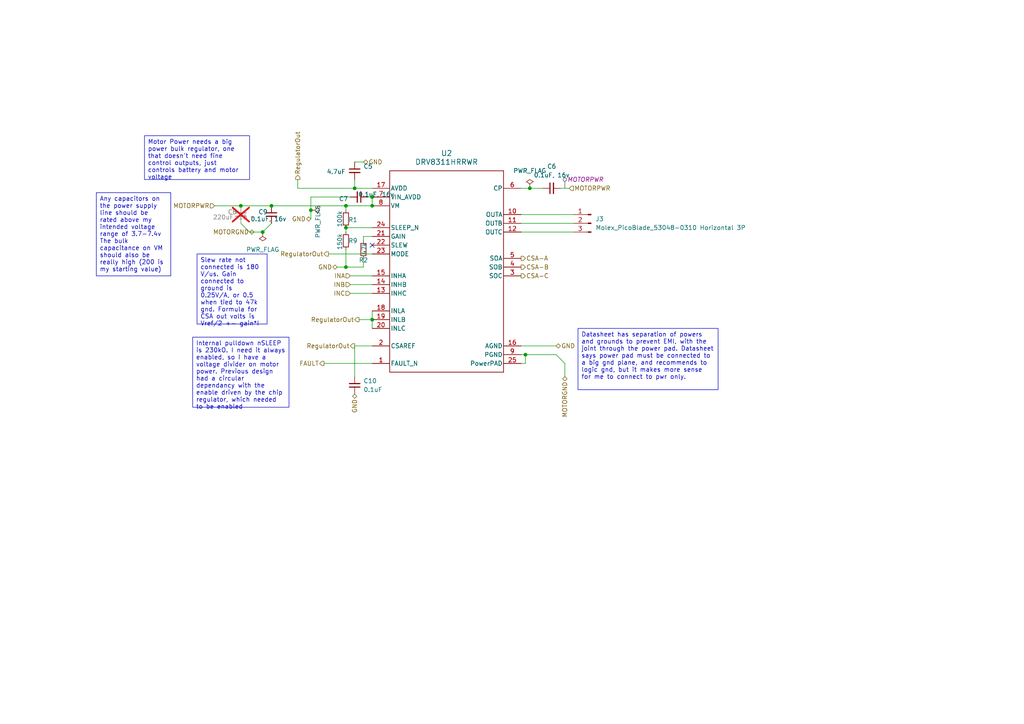
<source format=kicad_sch>
(kicad_sch (version 20231120) (generator "eeschema") (generator_version "8.0")
  (paper "A4")
  (title_block (date "2024-03-29") (rev "V1 Alpha"))
  (lib_symbols
    (symbol "Connector:Conn_01x03_Pin" (pin_names (offset 1.016) hide)
      (property "Reference" "J3" (at -1.27 -1.2701 0))
      (property "Value" "Molex_PicoBlade_53048-0310 Horizontal 3P" (at -1.27 1.2699 0))
      (symbol "Conn_01x03_Pin_1_1"
        (polyline (pts (xy 1.27 -2.54) (xy 0.8636 -2.54)) (stroke (width 0.1524)))
        (polyline (pts (xy 1.27 0) (xy 0.8636 0)) (stroke (width 0.1524)))
        (polyline (pts (xy 1.27 2.54) (xy 0.8636 2.54)) (stroke (width 0.1524)))
        (rectangle (start 0.8636 -2.413) (end 0 -2.667) (stroke (width 0.1524)) (fill (type outline)))
        (rectangle (start 0.8636 0.127) (end 0 -0.127) (stroke (width 0.1524)) (fill (type outline)))
        (rectangle (start 0.8636 2.667) (end 0 2.413) (stroke (width 0.1524)) (fill (type outline)))
        (pin passive line (at 5.08 -2.54 180) (length 3.81) (name "Pin_1") (number "1"))
        (pin passive line (at 5.08 0 180) (length 3.81) (name "Pin_2") (number "2"))
        (pin passive line (at 5.08 2.54 180) (length 3.81) (name "Pin_3") (number "3"))
      )
    )
    (symbol "Device:C_Small" (pin_numbers hide) (pin_names (offset 0.254) hide)
      (property "Reference" "C" (at 0.254 1.778 0))
      (property "Value" "C_Small" (at 0.254 -2.032 0))
      (symbol "C_Small_0_1"
        (polyline (pts (xy -1.524 -0.508) (xy 1.524 -0.508)) (stroke (width 0.3302)))
        (polyline (pts (xy -1.524 0.508) (xy 1.524 0.508)) (stroke (width 0.3048)))
      )
      (symbol "C_Small_1_1"
        (pin passive line (at 0 2.54 270) (length 2.032) (name "~") (number "1"))
        (pin passive line (at 0 -2.54 90) (length 2.032) (name "~") (number "2"))
      )
    )
    (symbol "Device:R_Small" (pin_numbers hide) (pin_names (offset 0.254) hide)
      (property "Reference" "R" (at 0.762 0.508 0))
      (property "Value" "R_Small" (at 0.762 -1.016 0))
      (symbol "R_Small_0_1"
        (rectangle (start -0.762 1.778) (end 0.762 -1.778) (stroke (width 0.2032)))
      )
      (symbol "R_Small_1_1"
        (pin passive line (at 0 2.54 270) (length 0.762) (name "~") (number "1"))
        (pin passive line (at 0 -2.54 90) (length 0.762) (name "~") (number "2"))
      )
    )
    (symbol "custom_Driver_Motor:DRV8311HRRWR" (pin_names (offset 0.254))
      (property "Reference" "U" (at 21.59 -2.794 0))
      (property "Value" "DRV8311HRRWR" (at 21.082 -22.352 0))
      (symbol "DRV8311HRRWR_0_1"
        (polyline (pts (xy 5.08 -53.34) (xy 38.1 -53.34)) (stroke (width 0.2032)))
        (polyline (pts (xy 5.08 5.08) (xy 5.08 -53.34)) (stroke (width 0.2032)))
        (polyline (pts (xy 38.1 -53.34) (xy 38.1 5.08)) (stroke (width 0.2032)))
        (polyline (pts (xy 38.1 5.08) (xy 5.08 5.08)) (stroke (width 0.2032)))
        (pin open_collector line (at 0 -50.8 0) (length 5.08) (name "FAULT_N") (number "1"))
        (pin input line (at 0 -30.48 0) (length 5.08) (name "INHC") (number "13"))
        (pin input line (at 0 -27.94 0) (length 5.08) (name "INHB") (number "14"))
        (pin input line (at 0 -25.4 0) (length 5.08) (name "INHA") (number "15"))
        (pin power_in line (at 43.18 -45.72 180) (length 5.08) (name "AGND") (number "16"))
        (pin power_in line (at 0 0 0) (length 5.08) (name "AVDD") (number "17"))
        (pin input line (at 0 -35.56 0) (length 5.08) (name "INLA") (number "18"))
        (pin input line (at 0 -38.1 0) (length 5.08) (name "INLB") (number "19"))
        (pin power_in line (at 0 -45.72 0) (length 5.08) (name "CSAREF") (number "2"))
        (pin input line (at 0 -40.64 0) (length 5.08) (name "INLC") (number "20"))
        (pin input line (at 0 -13.97 0) (length 5.08) (name "GAIN") (number "21"))
        (pin input line (at 0 -16.51 0) (length 5.08) (name "SLEW") (number "22"))
        (pin input line (at 0 -19.05 0) (length 5.08) (name "MODE") (number "23"))
        (pin input line (at 0 -11.43 0) (length 5.08) (name "SLEEP_N") (number "24"))
        (pin power_in line (at 43.18 -50.8 180) (length 5.08) (name "PowerPAD") (number "25"))
        (pin power_in line (at 43.18 0 180) (length 5.08) (name "CP") (number "6"))
        (pin power_in line (at 0 -2.54 0) (length 5.08) (name "VIN_AVDD") (number "7"))
        (pin power_in line (at 0 -5.08 0) (length 5.08) (name "VM") (number "8"))
        (pin power_in line (at 43.18 -48.26 180) (length 5.08) (name "PGND") (number "9"))
      )
      (symbol "DRV8311HRRWR_1_1"
        (pin output line (at 43.18 -7.62 180) (length 5.08) (name "OUTA") (number "10"))
        (pin output line (at 43.18 -10.16 180) (length 5.08) (name "OUTB") (number "11"))
        (pin output line (at 43.18 -12.7 180) (length 5.08) (name "OUTC") (number "12"))
        (pin output line (at 43.18 -25.4 180) (length 5.08) (name "SOC") (number "3"))
        (pin output line (at 43.18 -22.86 180) (length 5.08) (name "SOB") (number "4"))
        (pin output line (at 43.18 -20.32 180) (length 5.08) (name "SOA") (number "5"))
      )
    )
    (symbol "power:PWR_FLAG" (power) (pin_numbers hide) (pin_names (offset 0) hide)
      (property "Value" "PWR_FLAG" (at 0 3.81 0))
      (symbol "PWR_FLAG_0_0"
        (pin power_out line (at 0 0 90) (length 0) (name "~") (number "1"))
      )
      (symbol "PWR_FLAG_0_1"
        (polyline (pts (xy 0 0) (xy 0 1.27) (xy -1.016 1.905) (xy 0 2.54) (xy 1.016 1.905) (xy 0 1.27)))
      )
    )
  )
  (junction (at 152.4 102.87))
  (junction (at 107.95 59.69))
  (junction (at 90.17 60.96))
  (junction (at 76.2 67.31))
  (junction (at 102.87 54.61))
  (junction (at 100.33 66.04))
  (junction (at 100.33 59.69))
  (junction (at 69.85 59.69))
  (junction (at 107.95 92.71))
  (junction (at 100.33 77.47))
  (junction (at 78.74 59.69))
  (junction (at 107.95 57.15))
  (junction (at 153.67 54.61))
  (no_connect (at 107.95 71.12))
  (wire (pts (xy 104.14 92.71) (xy 107.95 92.71)))
  (wire (pts (xy 151.13 67.31) (xy 166.37 67.31)))
  (wire (pts (xy 152.4 102.87) (xy 152.4 105.41)))
  (wire (pts (xy 95.25 73.66) (xy 107.95 73.66)))
  (wire (pts (xy 107.95 90.17) (xy 107.95 92.71)))
  (wire (pts (xy 100.33 72.39) (xy 100.33 77.47)))
  (wire (pts (xy 105.41 68.58) (xy 107.95 68.58)))
  (wire (pts (xy 151.13 62.23) (xy 166.37 62.23)))
  (wire (pts (xy 90.17 57.15) (xy 90.17 60.96)))
  (wire (pts (xy 102.87 54.61) (xy 102.87 52.07)))
  (wire (pts (xy 100.33 77.47) (xy 97.79 77.47)))
  (wire (pts (xy 162.56 54.61) (xy 165.1 54.61)))
  (wire (pts (xy 78.74 59.69) (xy 100.33 59.69)))
  (wire (pts (xy 107.95 57.15) (xy 107.95 59.69)))
  (wire (pts (xy 62.23 59.69) (xy 69.85 59.69)))
  (wire (pts (xy 86.36 54.61) (xy 102.87 54.61)))
  (wire (pts (xy 93.98 105.41) (xy 107.95 105.41)))
  (wire (pts (xy 100.33 67.31) (xy 100.33 66.04)))
  (wire (pts (xy 107.95 92.71) (xy 107.95 95.25)))
  (wire (pts (xy 161.29 102.87) (xy 163.83 105.41)))
  (wire (pts (xy 157.48 54.61) (xy 153.67 54.61)))
  (wire (pts (xy 105.41 46.99) (xy 102.87 46.99)))
  (wire (pts (xy 105.41 69.85) (xy 105.41 68.58)))
  (wire (pts (xy 153.67 54.61) (xy 151.13 54.61)))
  (wire (pts (xy 101.6 85.09) (xy 107.95 85.09)))
  (wire (pts (xy 151.13 64.77) (xy 166.37 64.77)))
  (wire (pts (xy 90.17 60.96) (xy 90.17 63.5)))
  (wire (pts (xy 107.95 100.33) (xy 102.87 100.33)))
  (wire (pts (xy 102.87 54.61) (xy 107.95 54.61)))
  (wire (pts (xy 105.41 74.93) (xy 105.41 77.47)))
  (wire (pts (xy 100.33 77.47) (xy 105.41 77.47)))
  (wire (pts (xy 69.85 64.77) (xy 72.39 67.31)))
  (wire (pts (xy 106.68 57.15) (xy 107.95 57.15)))
  (wire (pts (xy 152.4 102.87) (xy 161.29 102.87)))
  (wire (pts (xy 151.13 102.87) (xy 152.4 102.87)))
  (wire (pts (xy 72.39 67.31) (xy 76.2 67.31)))
  (wire (pts (xy 86.36 52.07) (xy 86.36 54.61)))
  (wire (pts (xy 100.33 59.69) (xy 100.33 60.96)))
  (wire (pts (xy 107.95 82.55) (xy 101.6 82.55)))
  (wire (pts (xy 100.33 66.04) (xy 107.95 66.04)))
  (wire (pts (xy 69.85 59.69) (xy 78.74 59.69)))
  (wire (pts (xy 76.2 67.31) (xy 78.74 64.77)))
  (wire (pts (xy 151.13 105.41) (xy 152.4 105.41)))
  (wire (pts (xy 163.83 105.41) (xy 163.83 109.22)))
  (wire (pts (xy 101.6 57.15) (xy 90.17 57.15)))
  (wire (pts (xy 100.33 59.69) (xy 107.95 59.69)))
  (wire (pts (xy 151.13 100.33) (xy 161.29 100.33)))
  (wire (pts (xy 102.87 100.33) (xy 102.87 109.22)))
  (wire (pts (xy 107.95 80.01) (xy 101.6 80.01)))
  (text_box "Internal pulldown nSLEEP is 230kO. I need it always enabled, so I have a voltage divider on motor power. Previous design had a circular dependancy with the enable driven by the chip regulator, which needed to be enabled" (at 55.88 97.79 0) (size 27.94 20.32) (effects (font (size 1.27 1.27)) (justify left top)))
  (text_box "Motor Power needs a big power bulk regulator, one that doesn't need fine control outputs, just controls battery and motor voltage" (at 41.91 39.37 0) (size 30.48 12.7) (effects (font (size 1.27 1.27)) (justify left top)))
  (text_box "Slew rate not connected is 180 V/us. Gain connected to ground is 0.25V/A, or 0.5 when tied to 47k gnd. Formula for CSA out volts is Vref/2 +- gain*I" (at 57.15 73.66 0) (size 20.32 20.32) (effects (font (size 1.27 1.27)) (justify left top)))
  (text_box "Datasheet has separation of powers and grounds to prevent EMI, with the joint through the power pad. Datasheet says power pad must be connected to a big gnd plane, and recommends to logic gnd, but it makes more sense for me to connect to pwr only." (at 167.64 95.25 0) (size 40.64 17.78) (effects (font (size 1.27 1.27)) (justify left top)))
  (text_box "Any capacitors on the power supply line should be rated above my intended voltage range of 3.7-7.4v\nThe bulk capacitance on VM should also be really high (200 is my starting value)" (at 27.94 55.88 0) (size 21.59 24.13) (effects (font (size 1.27 1.27)) (justify left top)))
  (hierarchical_label "GND" (shape bidirectional) (at 102.87 114.3 270))
  (hierarchical_label "RegulatorOut" (shape output) (at 104.14 92.71 180))
  (hierarchical_label "RegulatorOut" (shape output) (at 102.87 100.33 180))
  (hierarchical_label "INA" (shape input) (at 101.6 80.01 180))
  (hierarchical_label "MOTORPWR" (shape input) (at 165.1 54.61 0))
  (hierarchical_label "RegulatorOut" (shape output) (at 95.25 73.66 180))
  (hierarchical_label "MOTORGND" (shape bidirectional) (at 73.66 67.31 180))
  (hierarchical_label "GND" (shape bidirectional) (at 90.17 63.5 180))
  (hierarchical_label "INC" (shape input) (at 101.6 85.09 180))
  (hierarchical_label "FAULT" (shape output) (at 93.98 105.41 180))
  (hierarchical_label "GND" (shape bidirectional) (at 105.41 46.99 0))
  (hierarchical_label "INB" (shape input) (at 101.6 82.55 180))
  (hierarchical_label "GND" (shape bidirectional) (at 161.29 100.33 0))
  (hierarchical_label "CSA-B" (shape output) (at 151.13 77.47 0))
  (hierarchical_label "RegulatorOut" (shape output) (at 86.36 52.07 90))
  (hierarchical_label "MOTORGND" (shape bidirectional) (at 163.83 109.22 270))
  (hierarchical_label "CSA-A" (shape output) (at 151.13 74.93 0))
  (hierarchical_label "MOTORPWR" (shape input) (at 62.23 59.69 180))
  (hierarchical_label "GND" (shape bidirectional) (at 97.79 77.47 180))
  (hierarchical_label "CSA-C" (shape output) (at 151.13 80.01 0))
  (netclass_flag "" (length 2.54) (shape round) (at 163.83 54.61 0) (property "Netclass" "MOTORPWR" (at 164.5285 52.07 0) (effects (font (italic yes)) (justify left))))
  (symbol (lib_id "Device:C_Small") (at 102.87 111.76 180) (unit 1)
    (property "Reference" "C10" (at 105.41 110.4835 0) (effects (justify right)))
    (property "Value" "0.1uF" (at 105.41 113.0235 0) (effects (justify right)))
    (property "Footprint" "Capacitor_SMD:C_0603_1608Metric_Pad1.08x0.95mm_HandSolder" (effects (hide yes)))
    (property "Description" "Unpolarized capacitor, small symbol" (effects (hide yes)))
  )
  (symbol (lib_id "power:PWR_FLAG") (at 90.17 60.96 270) (unit 1)
    (property "Reference" "#FLG03" (effects (hide yes)))
    (property "Value" "PWR_FLAG" (at 92.202 59.436 0) (effects (justify left)))
    (property "Description" "Special symbol for telling ERC where power comes from" (effects (hide yes)))
  )
  (symbol (lib_id "Device:R_Small") (at 105.41 72.39 180) (unit 1)
    (property "Reference" "R2" (at 105.41 75.438 0))
    (property "Value" "47k" (at 105.664 72.136 90))
    (property "Footprint" "Resistor_SMD:R_0603_1608Metric_Pad0.98x0.95mm_HandSolder" (effects (hide yes)))
    (property "Description" "Resistor, small symbol" (effects (hide yes)))
  )
  (symbol (lib_id "Device:C_Small") (at 102.87 49.53 0) (unit 1)
    (property "Reference" "C5" (at 105.41 48.2662 0) (effects (justify left)))
    (property "Value" "4.7uF" (at 94.742 49.784 0) (effects (justify left)))
    (property "Footprint" "Capacitor_SMD:C_0603_1608Metric_Pad1.08x0.95mm_HandSolder" (effects (hide yes)))
    (property "Description" "Unpolarized capacitor, small symbol" (effects (hide yes)))
  )
  (symbol (lib_id "power:PWR_FLAG") (at 76.2 67.31 180) (unit 1)
    (property "Reference" "#FLG04" (effects (hide yes)))
    (property "Value" "PWR_FLAG" (at 76.2 72.39 0))
    (property "Description" "Special symbol for telling ERC where power comes from" (effects (hide yes)))
  )
  (symbol (lib_id "Device:C_Small") (at 69.85 62.23 0) (unit 1) (in_bom no) (dnp yes)
    (property "Reference" "C8" (at 66.04 61.468 0) (effects (justify left)))
    (property "Value" "220uF, 16 v" (at 61.722 62.992 0) (effects (justify left)))
    (property "Footprint" "Capacitor_SMD:C_1206_3216Metric_Pad1.33x1.80mm_HandSolder" (effects (hide yes)))
    (property "Description" "Unpolarized capacitor, small symbol" (effects (hide yes)))
  )
  (symbol (lib_id "power:PWR_FLAG") (at 153.67 54.61 0) (unit 1)
    (property "Reference" "#FLG02" (effects (hide yes)))
    (property "Value" "PWR_FLAG" (at 153.67 49.53 0))
    (property "Description" "Special symbol for telling ERC where power comes from" (effects (hide yes)))
  )
  (symbol (lib_id "Device:C_Small") (at 104.14 57.15 270) (unit 1)
    (property "Reference" "C7" (at 98.298 57.658 90) (effects (justify left)))
    (property "Value" "0.1uF, 16v" (at 103.886 56.388 90) (effects (justify left)))
    (property "Footprint" "Capacitor_SMD:C_0603_1608Metric_Pad1.08x0.95mm_HandSolder" (effects (hide yes)))
    (property "Description" "Unpolarized capacitor, small symbol" (effects (hide yes)))
  )
  (symbol (lib_id "custom_Driver_Motor:DRV8311HRRWR") (at 107.95 54.61 0) (unit 1)
    (property "Reference" "U2" (at 129.54 44.45 0) (effects (font (size 1.524 1.524))))
    (property "Value" "DRV8311HRRWR" (at 129.54 46.99 0) (effects (font (size 1.524 1.524))))
    (property "Footprint" "custom_Driver_Motor:DRV8311_0.3mmVias" (effects (hide yes)))
    (property "Datasheet" "https://www.ti.com/lit/ds/symlink/drv8311.pdf" (effects (hide yes)))
    (property "Description" "24-V abs max, 3 to 20-V, 5A, three-phase brushless-DC motor driver with integrated FETs" (effects (hide yes)))
  )
  (symbol (lib_id "Connector:Conn_01x03_Pin") (at 171.45 64.77 180) (unit 1)
    (property "Reference" "J3" (at 172.72 63.4999 0) (effects (justify right)))
    (property "Value" "Molex_PicoBlade_53048-0310 Horizontal 3P" (at 172.72 66.0399 0) (effects (justify right)))
    (property "Footprint" "Connector_Molex:Molex_PicoBlade_53048-0310_1x03_P1.25mm_Horizontal" (effects (hide yes)))
    (property "Description" "Generic connector, single row, 01x03, script generated" (effects (hide yes)))
  )
  (symbol (lib_id "Device:R_Small") (at 100.33 63.5 180) (unit 1)
    (property "Reference" "R1" (at 102.362 63.754 0))
    (property "Value" "100k" (at 98.552 63.5 90))
    (property "Footprint" "Resistor_SMD:R_0603_1608Metric" (effects (hide yes)))
    (property "Description" "Resistor, small symbol" (effects (hide yes)))
  )
  (symbol (lib_id "Device:C_Small") (at 160.02 54.61 90) (unit 1)
    (property "Reference" "C6" (at 160.0263 48.26 90))
    (property "Value" "0.1uF, 16v" (at 160.0263 50.8 90))
    (property "Footprint" "Capacitor_SMD:C_0603_1608Metric_Pad1.08x0.95mm_HandSolder" (effects (hide yes)))
    (property "Description" "Unpolarized capacitor, small symbol" (effects (hide yes)))
  )
  (symbol (lib_id "Device:C_Small") (at 78.74 62.23 0) (unit 1)
    (property "Reference" "C9" (at 74.93 61.468 0) (effects (justify left)))
    (property "Value" "0.1uF, 16v" (at 72.644 63.5 0) (effects (justify left)))
    (property "Footprint" "Capacitor_SMD:C_0603_1608Metric_Pad1.08x0.95mm_HandSolder" (effects (hide yes)))
    (property "Description" "Unpolarized capacitor, small symbol" (effects (hide yes)))
  )
  (symbol (lib_id "Device:R_Small") (at 100.33 69.85 180) (unit 1)
    (property "Reference" "R9" (at 102.362 69.85 0))
    (property "Value" "150k" (at 98.552 70.104 90))
    (property "Footprint" "Resistor_SMD:R_0603_1608Metric" (effects (hide yes)))
    (property "Description" "Resistor, small symbol" (effects (hide yes)))
  )
)
</source>
